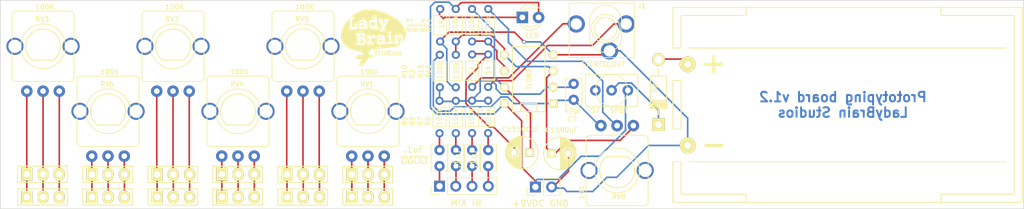
<source format=kicad_pcb>
(kicad_pcb (version 20170123) (host pcbnew "(2017-03-19 revision 2637835)-master")
  (layers (0 F.Cu signal) (31 B.Cu signal) (34 B.Paste user) (35 F.Paste user) (36 B.SilkS user) (37 F.SilkS user) (38 B.Mask user) (39 F.Mask user) (44 Edge.Cuts user))
  (net 0 "")
  (net 1 "Net-(D1-Pad1)")
  (net 2 VCC)
  (net 3 "Net-(D2-Pad2)")
  (net 4 "Net-(D2-Pad1)")
  (net 5 GND)
  (net 6 MIXOUTA)
  (net 7 MIXOUTB)
  (net 8 "Net-(P1-Pad1)")
  (net 9 "Net-(P1-Pad2)")
  (net 10 "Net-(P1-Pad3)")
  (net 11 "Net-(P3-Pad1)")
  (net 12 "Net-(P3-Pad2)")
  (net 13 "Net-(P3-Pad3)")
  (net 14 "Net-(P5-Pad1)")
  (net 15 "Net-(P5-Pad2)")
  (net 16 "Net-(P5-Pad3)")
  (net 17 MIX4)
  (net 18 MIX3)
  (net 19 MIX2)
  (net 20 MIX1)
  (net 21 "Net-(S7-Pad1)")
  (net 22 "Net-(C1-Pad+)")
  (net 23 "Net-(C7-Pad1)")
  (net 24 "Net-(C7-Pad2)")
  (net 25 "Net-(C13-Pad+)")
  (net 26 "Net-(C13-Pad-)")
  (net 27 "Net-(R11-Pad1)")
  (net 28 "Net-(R11-Pad2)")
  (net 29 "Net-(C2-Pad1)")
  (net 30 "Net-(C3-Pad1)")
  (net 31 "Net-(C4-Pad1)")
  (net 32 "Net-(C5-Pad1)")
  (net 33 "Net-(P2-Pad1)")
  (net 34 "Net-(P2-Pad2)")
  (net 35 "Net-(P2-Pad3)")
  (net 36 "Net-(P4-Pad1)")
  (net 37 "Net-(P4-Pad2)")
  (net 38 "Net-(P4-Pad3)")
  (net 39 "Net-(P6-Pad1)")
  (net 40 "Net-(P6-Pad2)")
  (net 41 "Net-(P6-Pad3)")
  (module Prototyping_PCB:Pin_Header_Straight_1x04_Pitch2.54mm (layer F.Cu) (at 168.6687 108.23194 90)
    (fp_text reference P18 hide)
    (fp_text value "MIX IN" (at -2.62128 4.13258 180) (layer F.SilkS))
    (pad 1 thru_hole rect (at 0 0 90) (size 1.7 1.7) (drill 1) (layers *.Cu *.Mask) (net 17 MIX4))
    (pad 2 thru_hole oval (at 0 2.54 90) (size 1.7 1.7) (drill 1) (layers *.Cu *.Mask) (net 18 MIX3))
    (pad 3 thru_hole oval (at 0 5.08 90) (size 1.7 1.7) (drill 1) (layers *.Cu *.Mask) (net 19 MIX2))
    (pad 4 thru_hole oval (at 0 7.62 90) (size 1.7 1.7) (drill 1) (layers *.Cu *.Mask) (net 20 MIX1))
  )
  (module Prototyping_PCB:LadyBrainSilk (layer F.Cu) (at 158.33852 85.0519)
    (fp_text reference G*** hide)
    (fp_text value LOGO hide)
  )
  (module Prototyping_PCB:LED_D3.0mm (layer F.Cu) (at 181.61508 81.8388)
    (fp_text reference LED (at 1.53924 2.8448) (layer F.SilkS) (effects (font (size 0.75 0.75) (thickness 0.125))))
    (fp_text value LED)
    (pad 1 thru_hole rect (at 0 0) (size 1.8 1.8) (drill 0.9) (layers *.Cu *.Mask) (net 1 "Net-(D1-Pad1)"))
    (pad 2 thru_hole circle (at 2.54 0) (size 1.8 1.8) (drill 0.9) (layers *.Cu *.Mask) (net 2 VCC))
  )
  (module Prototyping_PCB:SPDT-SUB (layer F.Cu) (at 195.56984 93.24848 90)
    (fp_text reference S7 (at -3.59664 -3.34518) (layer F.SilkS) (effects (font (size 0.75 0.75) (thickness 0.125)) (justify left bottom)))
    (fp_text value SPDT (at -3.59664 -0.33274) (layer F.SilkS) (effects (font (size 0.75 0.75) (thickness 0.125)) (justify left bottom)))
    (pad 1 thru_hole circle (at 0 -2.54 90) (size 1.651 1.651) (drill 0.889) (layers *.Cu *.Mask) (net 21 "Net-(S7-Pad1)"))
    (pad 2 thru_hole circle (at 0 0 90) (size 1.651 1.651) (drill 0.889) (layers *.Cu *.Mask) (net 4 "Net-(D2-Pad1)"))
    (pad 3 thru_hole circle (at 0 2.54 90) (size 1.651 1.651) (drill 0.889) (layers *.Cu *.Mask) (net 2 VCC))
  )
  (module Prototyping_PCB:Diode_DO-41_SOD81_Horizontal_RM10 (layer F.Cu) (at 202.90282 98.60026 90)
    (fp_text reference D2 (at 5.715 -0.63754 90) (layer F.SilkS) (effects (font (size 0.75 0.75) (thickness 0.125))))
    (fp_text value B140HW-7)
    (pad 2 thru_hole circle (at 10.16 -0.00254 270) (size 1.99898 1.99898) (drill 1.27) (layers *.Cu *.Mask F.SilkS) (net 3 "Net-(D2-Pad2)"))
    (pad 1 thru_hole rect (at 0 -0.00254 270) (size 1.99898 1.99898) (drill 1.00076) (layers *.Cu *.Mask F.SilkS) (net 4 "Net-(D2-Pad1)"))
  )
  (module Prototyping_PCB:9V_BatteryHolder_MOUSERMOD (layer F.Cu) (at 205.16 89.1626)
    (fp_text reference U8 hide)
    (fp_text value BAT9V)
    (pad + thru_hole circle (at 2.3 0) (size 2.5 2.5) (drill 1) (layers *.Cu *.Mask F.SilkS) (net 3 "Net-(D2-Pad2)"))
    (pad - thru_hole circle (at 2.3 12.7) (size 2.5 2.5) (drill 1) (layers *.Cu *.Mask F.SilkS) (net 5 GND))
  )
  (module Prototyping_PCB:J355W (layer F.Cu) (at 194.6428 83.6175 90)
    (fp_text reference J1 (at 3.10966 4.88436 180) (layer F.SilkS) (effects (font (size 0.75 0.75) (thickness 0.125)) (justify left bottom)))
    (fp_text value STEREO_OUT (at -5.95814 -3.88372 180) (layer F.SilkS) (effects (font (size 0.75 0.75) (thickness 0.125)) (justify left bottom)))
    (pad 1 thru_hole circle (at -3.45 0.6 270) (size 2.7 2.7) (drill 1.8) (layers *.Cu *.Mask) (net 5 GND))
    (pad 2 thru_hole circle (at 0.75 -4.6 270) (size 2.7 2.7) (drill 1.8) (layers *.Cu *.Mask) (net 6 MIXOUTA))
    (pad 3 thru_hole circle (at 0.75 3.2 270) (size 2.7 2.7) (drill 1.8) (layers *.Cu *.Mask) (net 7 MIXOUTB))
  )
  (module Prototyping_PCB:Pin_Header_Straight_1x02_Pitch2.54mm (layer F.Cu) (at 183.65216 108.34624 90)
    (fp_text reference P22 hide)
    (fp_text value " +9VDC GND" (at -2.58318 0.43688 180) (layer F.SilkS))
    (pad 1 thru_hole rect (at 0 0 90) (size 1.7 1.7) (drill 1) (layers *.Cu *.Mask) (net 2 VCC))
    (pad 2 thru_hole oval (at 0 2.54 90) (size 1.7 1.7) (drill 1) (layers *.Cu *.Mask) (net 5 GND))
  )
  (module Prototyping_PCB:DIP-8__300 (layer F.Cu) (at 182.62092 91.49842 90)
    (fp_text reference U1 (at -5.92328 0.2159 180) (layer F.SilkS) (effects (font (size 0.75 0.75) (thickness 0.125))))
    (fp_text value TL082 (at 0 0 90) (layer F.SilkS) (effects (font (size 0.75 0.75) (thickness 0.125))))
    (pad 1 thru_hole rect (at -3.81 3.81 90) (size 1.397 1.397) (drill 0.8128) (layers *.Cu *.Mask F.SilkS) (net 23 "Net-(C7-Pad1)"))
    (pad 2 thru_hole circle (at -1.27 3.81 90) (size 1.397 1.397) (drill 0.8128) (layers *.Cu *.Mask F.SilkS) (net 24 "Net-(C7-Pad2)"))
    (pad 3 thru_hole circle (at 1.27 3.81 90) (size 1.397 1.397) (drill 0.8128) (layers *.Cu *.Mask F.SilkS) (net 22 "Net-(C1-Pad+)"))
    (pad 4 thru_hole circle (at 3.81 3.81 90) (size 1.397 1.397) (drill 0.8128) (layers *.Cu *.Mask F.SilkS) (net 5 GND))
    (pad 5 thru_hole circle (at 3.81 -3.81 90) (size 1.397 1.397) (drill 0.8128) (layers *.Cu *.Mask F.SilkS) (net 22 "Net-(C1-Pad+)"))
    (pad 6 thru_hole circle (at 1.27 -3.81 90) (size 1.397 1.397) (drill 0.8128) (layers *.Cu *.Mask F.SilkS) (net 27 "Net-(R11-Pad1)"))
    (pad 7 thru_hole circle (at -1.27 -3.81 90) (size 1.397 1.397) (drill 0.8128) (layers *.Cu *.Mask F.SilkS) (net 25 "Net-(C13-Pad+)"))
    (pad 8 thru_hole circle (at -3.81 -3.81 90) (size 1.397 1.397) (drill 0.8128) (layers *.Cu *.Mask F.SilkS) (net 2 VCC))
  )
  (module Prototyping_PCB:C_Radial_D5_L6_P2.5 (layer F.Cu) (at 186.23026 103.0986)
    (fp_text reference C1 (at -0.2921 -3.64744) (layer F.SilkS) (effects (font (size 0.75 0.75) (thickness 0.125))))
    (fp_text value 100uF (at 2.30378 -3.64744) (layer F.SilkS) (effects (font (size 0.75 0.75) (thickness 0.125))))
    (pad + thru_hole rect (at 0 0) (size 1.3 1.3) (drill 0.8) (layers *.Cu *.Mask F.SilkS) (net 22 "Net-(C1-Pad+)"))
    (pad - thru_hole circle (at 2.5 0) (size 1.3 1.3) (drill 0.8) (layers *.Cu *.Mask F.SilkS) (net 5 GND))
  )
  (module Prototyping_PCB:C_Radial_D5_L6_P2.5 (layer F.Cu) (at 182.79428 102.96398 180)
    (fp_text reference C13 (at 3.2747 3.59918 180) (layer F.SilkS) (effects (font (size 0.75 0.75) (thickness 0.125))))
    (fp_text value 100uF (at 0.31814 3.59918 180) (layer F.SilkS) (effects (font (size 0.75 0.75) (thickness 0.125))))
    (pad + thru_hole rect (at 0 0 180) (size 1.3 1.3) (drill 0.8) (layers *.Cu *.Mask F.SilkS) (net 25 "Net-(C13-Pad+)"))
    (pad - thru_hole circle (at 2.5 0 180) (size 1.3 1.3) (drill 0.8) (layers *.Cu *.Mask F.SilkS) (net 26 "Net-(C13-Pad-)"))
  )
  (module Prototyping_PCB:C_Rect_L4.0mm_W2.5mm_P2.50mm (layer F.Cu) (at 189.64148 94.72676 90)
    (fp_text reference C7 (at -3.0353 -0.23876) (layer F.SilkS) (effects (font (size 0.75 0.75) (thickness 0.125))))
    (fp_text value 47pF (at -1.75768 -0.04064) (layer F.SilkS) (effects (font (size 0.75 0.75) (thickness 0.125))))
    (pad 1 thru_hole circle (at 0 0 90) (size 1.6 1.6) (drill 0.8) (layers *.Cu *.Mask) (net 23 "Net-(C7-Pad1)"))
    (pad 2 thru_hole circle (at 2.5 0 90) (size 1.6 1.6) (drill 0.8) (layers *.Cu *.Mask) (net 24 "Net-(C7-Pad2)"))
  )
  (module Prototyping_PCB:C_Rect_L4.0mm_W2.5mm_P2.50mm (layer F.Cu) (at 176.28362 102.58552 270)
    (fp_text reference C2 (at 1.53416 10.02284 270) (layer F.SilkS) (effects (font (size 0.75 0.75))))
    (fp_text value .1uF (at 1.25 2.31 270) (layer F.SilkS))
    (pad 1 thru_hole circle (at 0 0 270) (size 1.6 1.6) (drill 0.8) (layers *.Cu *.Mask) (net 29 "Net-(C2-Pad1)"))
    (pad 2 thru_hole circle (at 2.5 0 270) (size 1.6 1.6) (drill 0.8) (layers *.Cu *.Mask) (net 20 MIX1))
  )
  (module Prototyping_PCB:C_Rect_L4.0mm_W2.5mm_P2.50mm (layer F.Cu) (at 173.7614 102.58552 270)
    (fp_text reference C3 (at 1.5113 8.53948 270) (layer F.SilkS) (effects (font (size 0.75 0.75))))
    (fp_text value .1uF (at 1.25 2.31 270) (layer F.SilkS))
    (pad 1 thru_hole circle (at 0 0 270) (size 1.6 1.6) (drill 0.8) (layers *.Cu *.Mask) (net 30 "Net-(C3-Pad1)"))
    (pad 2 thru_hole circle (at 2.5 0 270) (size 1.6 1.6) (drill 0.8) (layers *.Cu *.Mask) (net 19 MIX2))
  )
  (module Prototyping_PCB:C_Rect_L4.0mm_W2.5mm_P2.50mm (layer F.Cu) (at 171.23918 102.58552 270)
    (fp_text reference C4 (at 1.5113 7.04596 270) (layer F.SilkS) (effects (font (size 0.75 0.75))))
    (fp_text value .1uF hide)
    (pad 1 thru_hole circle (at 0 0 270) (size 1.6 1.6) (drill 0.8) (layers *.Cu *.Mask) (net 31 "Net-(C4-Pad1)"))
    (pad 2 thru_hole circle (at 2.5 0 270) (size 1.6 1.6) (drill 0.8) (layers *.Cu *.Mask) (net 18 MIX3))
  )
  (module Prototyping_PCB:C_Rect_L4.0mm_W2.5mm_P2.50mm (layer F.Cu) (at 168.66616 102.58552 270)
    (fp_text reference C5 (at 1.53416 5.47878 270) (layer F.SilkS) (effects (font (size 0.75 0.75))))
    (fp_text value .1uF (at -0.11938 4.01828) (layer F.SilkS))
    (pad 1 thru_hole circle (at 0 0 270) (size 1.6 1.6) (drill 0.8) (layers *.Cu *.Mask) (net 32 "Net-(C5-Pad1)"))
    (pad 2 thru_hole circle (at 2.5 0 270) (size 1.6 1.6) (drill 0.8) (layers *.Cu *.Mask) (net 17 MIX4))
  )
  (module Prototyping_PCB:R-TH (layer F.Cu) (at 171.2087 83.06562 270)
    (fp_text reference R1 (at 1.17856 5.81152 270) (layer F.SilkS) (effects (font (size 0.75 0.75) (thickness 0.125)) (justify left bottom)))
    (fp_text value 100k (at 1.31318 -0.38354 270) (layer F.SilkS) (effects (font (size 0.75 0.75) (thickness 0.125)) (justify left bottom)))
    (pad 1 thru_hole circle (at -2.54 0) (size 1.27 1.27) (drill 0.7112) (layers *.Cu *.Mask) (net 2 VCC))
    (pad 2 thru_hole circle (at 2.54 0) (size 1.27 1.27) (drill 0.7112) (layers *.Cu *.Mask) (net 22 "Net-(C1-Pad+)"))
  )
  (module Prototyping_PCB:R-TH (layer F.Cu) (at 171.21632 90.23096 90)
    (fp_text reference R2 (at -1.27 -6.35 90) (layer F.SilkS) (effects (font (size 0.75 0.75) (thickness 0.125)) (justify left bottom)))
    (fp_text value 100k (at -1.36906 0.48006 90) (layer F.SilkS) (effects (font (size 0.75 0.75) (thickness 0.125)) (justify left bottom)))
    (pad 1 thru_hole circle (at -2.54 0 180) (size 1.27 1.27) (drill 0.7112) (layers *.Cu *.Mask) (net 5 GND))
    (pad 2 thru_hole circle (at 2.54 0 180) (size 1.27 1.27) (drill 0.7112) (layers *.Cu *.Mask) (net 22 "Net-(C1-Pad+)"))
  )
  (module Prototyping_PCB:R-TH (layer F.Cu) (at 176.26838 97.40138 270)
    (fp_text reference R6 (at 1.45034 8.96112 270) (layer F.SilkS) (effects (font (size 0.75 0.75) (thickness 0.125)) (justify left bottom)))
    (fp_text value 100k (at 1.41478 -0.49022 270) (layer F.SilkS) (effects (font (size 0.75 0.75) (thickness 0.125)) (justify left bottom)))
    (pad 1 thru_hole circle (at -2.54 0) (size 1.27 1.27) (drill 0.7112) (layers *.Cu *.Mask) (net 24 "Net-(C7-Pad2)"))
    (pad 2 thru_hole circle (at 2.54 0) (size 1.27 1.27) (drill 0.7112) (layers *.Cu *.Mask) (net 29 "Net-(C2-Pad1)"))
  )
  (module Prototyping_PCB:R-TH (layer F.Cu) (at 173.75378 97.40138 270)
    (fp_text reference R7 (at 1.4732 7.62254 270) (layer F.SilkS) (effects (font (size 0.75 0.75) (thickness 0.125)) (justify left bottom)))
    (fp_text value 100k (at 1.41478 -0.33782 270) (layer F.SilkS) (effects (font (size 0.75 0.75) (thickness 0.125)) (justify left bottom)))
    (pad 1 thru_hole circle (at -2.54 0) (size 1.27 1.27) (drill 0.7112) (layers *.Cu *.Mask) (net 24 "Net-(C7-Pad2)"))
    (pad 2 thru_hole circle (at 2.54 0) (size 1.27 1.27) (drill 0.7112) (layers *.Cu *.Mask) (net 30 "Net-(C3-Pad1)"))
  )
  (module Prototyping_PCB:R-TH (layer F.Cu) (at 171.21632 97.4217 270)
    (fp_text reference R8 (at 1.45034 6.31952 270) (layer F.SilkS) (effects (font (size 0.75 0.75) (thickness 0.125)) (justify left bottom)))
    (fp_text value 100k (at 1.41478 -0.3937 270) (layer F.SilkS) (effects (font (size 0.75 0.75) (thickness 0.125)) (justify left bottom)))
    (pad 1 thru_hole circle (at -2.54 0) (size 1.27 1.27) (drill 0.7112) (layers *.Cu *.Mask) (net 24 "Net-(C7-Pad2)"))
    (pad 2 thru_hole circle (at 2.54 0) (size 1.27 1.27) (drill 0.7112) (layers *.Cu *.Mask) (net 31 "Net-(C4-Pad1)"))
  )
  (module Prototyping_PCB:R-TH (layer F.Cu) (at 168.66108 97.4217 270)
    (fp_text reference R9 (at 1.45034 4.98094 90) (layer F.SilkS) (effects (font (size 0.75 0.75) (thickness 0.125)) (justify left bottom)))
    (fp_text value 100k (at 1.41478 -0.41656 270) (layer F.SilkS) (effects (font (size 0.75 0.75) (thickness 0.125)) (justify left bottom)))
    (pad 1 thru_hole circle (at -2.54 0) (size 1.27 1.27) (drill 0.7112) (layers *.Cu *.Mask) (net 24 "Net-(C7-Pad2)"))
    (pad 2 thru_hole circle (at 2.54 0) (size 1.27 1.27) (drill 0.7112) (layers *.Cu *.Mask) (net 32 "Net-(C5-Pad1)"))
  )
  (module Prototyping_PCB:R-TH (layer F.Cu) (at 168.71696 90.23096 270)
    (fp_text reference R10 (at 1.27 5.08 270) (layer F.SilkS) (effects (font (size 0.75 0.75) (thickness 0.125)) (justify left bottom)))
    (fp_text value 100k (at 1.36906 -0.44958 270) (layer F.SilkS) (effects (font (size 0.75 0.75) (thickness 0.125)) (justify left bottom)))
    (pad 1 thru_hole circle (at -2.54 0) (size 1.27 1.27) (drill 0.7112) (layers *.Cu *.Mask) (net 23 "Net-(C7-Pad1)"))
    (pad 2 thru_hole circle (at 2.54 0) (size 1.27 1.27) (drill 0.7112) (layers *.Cu *.Mask) (net 24 "Net-(C7-Pad2)"))
  )
  (module Prototyping_PCB:R-TH (layer F.Cu) (at 176.2887 83.06562 90)
    (fp_text reference R11 (at -1.18364 -8.79602 90) (layer F.SilkS) (effects (font (size 0.75 0.75) (thickness 0.125)) (justify left bottom)))
    (fp_text value 100k (at -1.41224 0.39116 90) (layer F.SilkS) (effects (font (size 0.75 0.75) (thickness 0.125)) (justify left bottom)))
    (pad 1 thru_hole circle (at -2.54 0 180) (size 1.27 1.27) (drill 0.7112) (layers *.Cu *.Mask) (net 27 "Net-(R11-Pad1)"))
    (pad 2 thru_hole circle (at 2.54 0 180) (size 1.27 1.27) (drill 0.7112) (layers *.Cu *.Mask) (net 28 "Net-(R11-Pad2)"))
  )
  (module Prototyping_PCB:R-TH (layer F.Cu) (at 168.7703 83.0707 270)
    (fp_text reference R13 (at 1.17348 4.3561 270) (layer F.SilkS) (effects (font (size 0.75 0.75) (thickness 0.125)) (justify left bottom)))
    (fp_text value 1K (at 0.635 -0.635 270) (layer F.SilkS) (effects (font (size 0.75 0.75) (thickness 0.125)) (justify left bottom)))
    (pad 1 thru_hole circle (at -2.54 0) (size 1.27 1.27) (drill 0.7112) (layers *.Cu *.Mask) (net 1 "Net-(D1-Pad1)"))
    (pad 2 thru_hole circle (at 2.54 0) (size 1.27 1.27) (drill 0.7112) (layers *.Cu *.Mask) (net 5 GND))
  )
  (module Prototyping_PCB:R-TH (layer F.Cu) (at 173.7487 83.06562 270)
    (fp_text reference R14 (at 1.2065 7.28472 270) (layer F.SilkS) (effects (font (size 0.75 0.75) (thickness 0.125)) (justify left bottom)))
    (fp_text value 100k (at 1.36144 -0.38862 270) (layer F.SilkS) (effects (font (size 0.75 0.75) (thickness 0.125)) (justify left bottom)))
    (pad 1 thru_hole circle (at -2.54 0) (size 1.27 1.27) (drill 0.7112) (layers *.Cu *.Mask) (net 25 "Net-(C13-Pad+)"))
    (pad 2 thru_hole circle (at 2.54 0) (size 1.27 1.27) (drill 0.7112) (layers *.Cu *.Mask) (net 27 "Net-(R11-Pad1)"))
  )
  (module Prototyping_PCB:R-TH (layer F.Cu) (at 173.77156 90.17762 90)
    (fp_text reference R15 (at -1.27 -7.62 90) (layer F.SilkS) (effects (font (size 0.75 0.75) (thickness 0.125)) (justify left bottom)))
    (fp_text value 1k (at -0.66802 0.3937 90) (layer F.SilkS) (effects (font (size 0.75 0.75) (thickness 0.125)) (justify left bottom)))
    (pad 1 thru_hole circle (at -2.54 0 180) (size 1.27 1.27) (drill 0.7112) (layers *.Cu *.Mask) (net 6 MIXOUTA))
    (pad 2 thru_hole circle (at 2.54 0 180) (size 1.27 1.27) (drill 0.7112) (layers *.Cu *.Mask) (net 26 "Net-(C13-Pad-)"))
  )
  (module Prototyping_PCB:R-TH (layer F.Cu) (at 176.27346 90.17762 90)
    (fp_text reference R16 (at -1.27 -8.89 90) (layer F.SilkS) (effects (font (size 0.75 0.75) (thickness 0.125)) (justify left bottom)))
    (fp_text value 1k (at -0.63754 0.39624 90) (layer F.SilkS) (effects (font (size 0.75 0.75) (thickness 0.125)) (justify left bottom)))
    (pad 1 thru_hole circle (at -2.54 0 180) (size 1.27 1.27) (drill 0.7112) (layers *.Cu *.Mask) (net 7 MIXOUTB))
    (pad 2 thru_hole circle (at 2.54 0 180) (size 1.27 1.27) (drill 0.7112) (layers *.Cu *.Mask) (net 26 "Net-(C13-Pad-)"))
  )
  (module Prototyping_PCB:Pin_Header_Straight_1x03 (layer F.Cu) (at 134.6327 109.9058 90)
    (fp_text reference P4_2 hide)
    (fp_text value CONN_01X03)
    (pad 1 thru_hole rect (at 0 0 90) (size 2.032 1.7272) (drill 1.016) (layers *.Cu *.Mask F.SilkS) (net 36 "Net-(P4-Pad1)"))
    (pad 2 thru_hole oval (at 0 2.54 90) (size 2.032 1.7272) (drill 1.016) (layers *.Cu *.Mask F.SilkS) (net 37 "Net-(P4-Pad2)"))
    (pad 3 thru_hole oval (at 0 5.08 90) (size 2.032 1.7272) (drill 1.016) (layers *.Cu *.Mask F.SilkS) (net 38 "Net-(P4-Pad3)"))
  )
  (module Prototyping_PCB:Pin_Header_Straight_1x03 (layer F.Cu) (at 114.32032 106.40568 90)
    (fp_text reference P6_2 hide)
    (fp_text value CONN_01X03)
    (pad 1 thru_hole rect (at 0 0 90) (size 2.032 1.7272) (drill 1.016) (layers *.Cu *.Mask F.SilkS) (net 39 "Net-(P6-Pad1)"))
    (pad 2 thru_hole oval (at 0 2.54 90) (size 2.032 1.7272) (drill 1.016) (layers *.Cu *.Mask F.SilkS) (net 40 "Net-(P6-Pad2)"))
    (pad 3 thru_hole oval (at 0 5.08 90) (size 2.032 1.7272) (drill 1.016) (layers *.Cu *.Mask F.SilkS) (net 41 "Net-(P6-Pad3)"))
  )
  (module Prototyping_PCB:Pin_Header_Straight_1x03 (layer F.Cu) (at 134.6327 106.36504 90)
    (fp_text reference P4 hide)
    (fp_text value CONN_01X03)
    (pad 1 thru_hole rect (at 0 0 90) (size 2.032 1.7272) (drill 1.016) (layers *.Cu *.Mask F.SilkS) (net 36 "Net-(P4-Pad1)"))
    (pad 2 thru_hole oval (at 0 2.54 90) (size 2.032 1.7272) (drill 1.016) (layers *.Cu *.Mask F.SilkS) (net 37 "Net-(P4-Pad2)"))
    (pad 3 thru_hole oval (at 0 5.08 90) (size 2.032 1.7272) (drill 1.016) (layers *.Cu *.Mask F.SilkS) (net 38 "Net-(P4-Pad3)"))
  )
  (module Prototyping_PCB:Pin_Header_Straight_1x03 (layer F.Cu) (at 124.51334 106.39552 90)
    (fp_text reference P2_2 hide)
    (fp_text value CONN_01X03)
    (pad 1 thru_hole rect (at 0 0 90) (size 2.032 1.7272) (drill 1.016) (layers *.Cu *.Mask F.SilkS) (net 33 "Net-(P2-Pad1)"))
    (pad 2 thru_hole oval (at 0 2.54 90) (size 2.032 1.7272) (drill 1.016) (layers *.Cu *.Mask F.SilkS) (net 34 "Net-(P2-Pad2)"))
    (pad 3 thru_hole oval (at 0 5.08 90) (size 2.032 1.7272) (drill 1.016) (layers *.Cu *.Mask F.SilkS) (net 35 "Net-(P2-Pad3)"))
  )
  (module Prototyping_PCB:Pin_Header_Straight_1x03 (layer F.Cu) (at 124.51334 109.92104 90)
    (fp_text reference P2 hide)
    (fp_text value CONN_01X03)
    (pad 1 thru_hole rect (at 0 0 90) (size 2.032 1.7272) (drill 1.016) (layers *.Cu *.Mask F.SilkS) (net 33 "Net-(P2-Pad1)"))
    (pad 2 thru_hole oval (at 0 2.54 90) (size 2.032 1.7272) (drill 1.016) (layers *.Cu *.Mask F.SilkS) (net 34 "Net-(P2-Pad2)"))
    (pad 3 thru_hole oval (at 0 5.08 90) (size 2.032 1.7272) (drill 1.016) (layers *.Cu *.Mask F.SilkS) (net 35 "Net-(P2-Pad3)"))
  )
  (module Prototyping_PCB:Pin_Header_Straight_1x03 (layer F.Cu) (at 114.31016 109.92104 90)
    (fp_text reference P6 hide)
    (fp_text value CONN_01X03)
    (pad 1 thru_hole rect (at 0 0 90) (size 2.032 1.7272) (drill 1.016) (layers *.Cu *.Mask F.SilkS) (net 39 "Net-(P6-Pad1)"))
    (pad 2 thru_hole oval (at 0 2.54 90) (size 2.032 1.7272) (drill 1.016) (layers *.Cu *.Mask F.SilkS) (net 40 "Net-(P6-Pad2)"))
    (pad 3 thru_hole oval (at 0 5.08 90) (size 2.032 1.7272) (drill 1.016) (layers *.Cu *.Mask F.SilkS) (net 41 "Net-(P6-Pad3)"))
  )
  (module Prototyping_PCB:Pin_Header_Straight_1x03 (layer F.Cu) (at 154.96286 106.39552 90)
    (fp_text reference P1_2 hide)
    (fp_text value CONN_01X03)
    (pad 1 thru_hole rect (at 0 0 90) (size 2.032 1.7272) (drill 1.016) (layers *.Cu *.Mask F.SilkS) (net 8 "Net-(P1-Pad1)"))
    (pad 2 thru_hole oval (at 0 2.54 90) (size 2.032 1.7272) (drill 1.016) (layers *.Cu *.Mask F.SilkS) (net 9 "Net-(P1-Pad2)"))
    (pad 3 thru_hole oval (at 0 5.08 90) (size 2.032 1.7272) (drill 1.016) (layers *.Cu *.Mask F.SilkS) (net 10 "Net-(P1-Pad3)"))
  )
  (module Prototyping_PCB:Pin_Header_Straight_1x03 (layer F.Cu) (at 104.13746 106.3625 90)
    (fp_text reference P3_2 hide)
    (fp_text value CONN_01X03)
    (pad 1 thru_hole rect (at 0 0 90) (size 2.032 1.7272) (drill 1.016) (layers *.Cu *.Mask F.SilkS) (net 11 "Net-(P3-Pad1)"))
    (pad 2 thru_hole oval (at 0 2.54 90) (size 2.032 1.7272) (drill 1.016) (layers *.Cu *.Mask F.SilkS) (net 12 "Net-(P3-Pad2)"))
    (pad 3 thru_hole oval (at 0 5.08 90) (size 2.032 1.7272) (drill 1.016) (layers *.Cu *.Mask F.SilkS) (net 13 "Net-(P3-Pad3)"))
  )
  (module Prototyping_PCB:Pin_Header_Straight_1x03 (layer F.Cu) (at 104.13746 109.92104 90)
    (fp_text reference P3 hide)
    (fp_text value CONN_01X03)
    (pad 1 thru_hole rect (at 0 0 90) (size 2.032 1.7272) (drill 1.016) (layers *.Cu *.Mask F.SilkS) (net 11 "Net-(P3-Pad1)"))
    (pad 2 thru_hole oval (at 0 2.54 90) (size 2.032 1.7272) (drill 1.016) (layers *.Cu *.Mask F.SilkS) (net 12 "Net-(P3-Pad2)"))
    (pad 3 thru_hole oval (at 0 5.08 90) (size 2.032 1.7272) (drill 1.016) (layers *.Cu *.Mask F.SilkS) (net 13 "Net-(P3-Pad3)"))
  )
  (module Prototyping_PCB:Pin_Header_Straight_1x03 (layer F.Cu) (at 144.82318 109.92104 90)
    (fp_text reference P5_2 hide)
    (fp_text value CONN_01X03)
    (pad 1 thru_hole rect (at 0 0 90) (size 2.032 1.7272) (drill 1.016) (layers *.Cu *.Mask F.SilkS) (net 14 "Net-(P5-Pad1)"))
    (pad 2 thru_hole oval (at 0 2.54 90) (size 2.032 1.7272) (drill 1.016) (layers *.Cu *.Mask F.SilkS) (net 15 "Net-(P5-Pad2)"))
    (pad 3 thru_hole oval (at 0 5.08 90) (size 2.032 1.7272) (drill 1.016) (layers *.Cu *.Mask F.SilkS) (net 16 "Net-(P5-Pad3)"))
  )
  (module Prototyping_PCB:Pin_Header_Straight_1x03 (layer F.Cu) (at 144.82318 106.39552 90)
    (fp_text reference P5 hide)
    (fp_text value CONN_01X03)
    (pad 1 thru_hole rect (at 0 0 90) (size 2.032 1.7272) (drill 1.016) (layers *.Cu *.Mask F.SilkS) (net 14 "Net-(P5-Pad1)"))
    (pad 2 thru_hole oval (at 0 2.54 90) (size 2.032 1.7272) (drill 1.016) (layers *.Cu *.Mask F.SilkS) (net 15 "Net-(P5-Pad2)"))
    (pad 3 thru_hole oval (at 0 5.08 90) (size 2.032 1.7272) (drill 1.016) (layers *.Cu *.Mask F.SilkS) (net 16 "Net-(P5-Pad3)"))
  )
  (module Prototyping_PCB:Pin_Header_Straight_1x03 (layer F.Cu) (at 154.96286 109.92104 90)
    (fp_text reference P1 hide)
    (fp_text value CONN_01X03)
    (pad 1 thru_hole rect (at 0 0 90) (size 2.032 1.7272) (drill 1.016) (layers *.Cu *.Mask F.SilkS) (net 8 "Net-(P1-Pad1)"))
    (pad 2 thru_hole oval (at 0 2.54 90) (size 2.032 1.7272) (drill 1.016) (layers *.Cu *.Mask F.SilkS) (net 9 "Net-(P1-Pad2)"))
    (pad 3 thru_hole oval (at 0 5.08 90) (size 2.032 1.7272) (drill 1.016) (layers *.Cu *.Mask F.SilkS) (net 10 "Net-(P1-Pad3)"))
  )
  (module Prototyping_PCB:POT-9MM-ALPHA (layer F.Cu) (at 157.48 96.52 180)
    (fp_text reference RV1 (at 1.27 3.81 180) (layer F.SilkS) (effects (font (size 0.75 0.75) (thickness 0.125)) (justify left bottom)))
    (fp_text value 100K (at 1.27 5.715 180) (layer F.SilkS) (effects (font (size 0.75 0.75) (thickness 0.125)) (justify left bottom)))
    (pad 3 thru_hole circle (at -2.540163 -7.012243 90) (size 1.8034 1.8034) (drill 0.889) (layers *.Cu *.Mask) (net 10 "Net-(P1-Pad3)"))
    (pad 2 thru_hole circle (at -0.000163 -7.012243 90) (size 1.8034 1.8034) (drill 0.889) (layers *.Cu *.Mask) (net 9 "Net-(P1-Pad2)"))
    (pad 1 thru_hole circle (at 2.539837 -7.012243 90) (size 1.8034 1.8034) (drill 0.889) (layers *.Cu *.Mask) (net 8 "Net-(P1-Pad1)"))
    (pad 4 thru_hole circle (at 4.394037 -0.001843 180) (size 2.667 2.667) (drill 2.0574) (layers *.Cu *.Mask))
    (pad 5 thru_hole circle (at -4.394363 -0.001843 180) (size 2.667 2.667) (drill 2.0574) (layers *.Cu *.Mask))
  )
  (module Prototyping_PCB:POT-9MM-ALPHA (layer F.Cu) (at 126.999837 86.36 180)
    (fp_text reference RV2 (at 1.269837 3.81 180) (layer F.SilkS) (effects (font (size 0.75 0.75) (thickness 0.125)) (justify left bottom)))
    (fp_text value 100K (at 1.269837 5.715 180) (layer F.SilkS) (effects (font (size 0.75 0.75) (thickness 0.125)) (justify left bottom)))
    (pad 3 thru_hole circle (at -2.540163 -7.012243 90) (size 1.8034 1.8034) (drill 0.889) (layers *.Cu *.Mask) (net 35 "Net-(P2-Pad3)"))
    (pad 2 thru_hole circle (at -0.000163 -7.012243 90) (size 1.8034 1.8034) (drill 0.889) (layers *.Cu *.Mask) (net 34 "Net-(P2-Pad2)"))
    (pad 1 thru_hole circle (at 2.539837 -7.012243 90) (size 1.8034 1.8034) (drill 0.889) (layers *.Cu *.Mask) (net 33 "Net-(P2-Pad1)"))
    (pad 4 thru_hole circle (at 4.394037 -0.001843 180) (size 2.667 2.667) (drill 2.0574) (layers *.Cu *.Mask))
    (pad 5 thru_hole circle (at -4.394363 -0.001843 180) (size 2.667 2.667) (drill 2.0574) (layers *.Cu *.Mask))
  )
  (module Prototyping_PCB:POT-9MM-ALPHA (layer F.Cu) (at 106.679837 86.36 180)
    (fp_text reference RV3 (at 1.269837 3.81 180) (layer F.SilkS) (effects (font (size 0.75 0.75) (thickness 0.125)) (justify left bottom)))
    (fp_text value 100K (at 1.269837 5.715 180) (layer F.SilkS) (effects (font (size 0.75 0.75) (thickness 0.125)) (justify left bottom)))
    (pad 3 thru_hole circle (at -2.540163 -7.012243 90) (size 1.8034 1.8034) (drill 0.889) (layers *.Cu *.Mask) (net 13 "Net-(P3-Pad3)"))
    (pad 2 thru_hole circle (at -0.000163 -7.012243 90) (size 1.8034 1.8034) (drill 0.889) (layers *.Cu *.Mask) (net 12 "Net-(P3-Pad2)"))
    (pad 1 thru_hole circle (at 2.539837 -7.012243 90) (size 1.8034 1.8034) (drill 0.889) (layers *.Cu *.Mask) (net 11 "Net-(P3-Pad1)"))
    (pad 4 thru_hole circle (at 4.394037 -0.001843 180) (size 2.667 2.667) (drill 2.0574) (layers *.Cu *.Mask))
    (pad 5 thru_hole circle (at -4.394363 -0.001843 180) (size 2.667 2.667) (drill 2.0574) (layers *.Cu *.Mask))
  )
  (module Prototyping_PCB:POT-9MM-ALPHA (layer F.Cu) (at 137.16 96.52 180)
    (fp_text reference RV4 (at 1.27 3.81 180) (layer F.SilkS) (effects (font (size 0.75 0.75) (thickness 0.125)) (justify left bottom)))
    (fp_text value 100K (at 1.27 5.715 180) (layer F.SilkS) (effects (font (size 0.75 0.75) (thickness 0.125)) (justify left bottom)))
    (pad 3 thru_hole circle (at -2.540163 -7.012243 90) (size 1.8034 1.8034) (drill 0.889) (layers *.Cu *.Mask) (net 38 "Net-(P4-Pad3)"))
    (pad 2 thru_hole circle (at -0.000163 -7.012243 90) (size 1.8034 1.8034) (drill 0.889) (layers *.Cu *.Mask) (net 37 "Net-(P4-Pad2)"))
    (pad 1 thru_hole circle (at 2.539837 -7.012243 90) (size 1.8034 1.8034) (drill 0.889) (layers *.Cu *.Mask) (net 36 "Net-(P4-Pad1)"))
    (pad 4 thru_hole circle (at 4.394037 -0.001843 180) (size 2.667 2.667) (drill 2.0574) (layers *.Cu *.Mask))
    (pad 5 thru_hole circle (at -4.394363 -0.001843 180) (size 2.667 2.667) (drill 2.0574) (layers *.Cu *.Mask))
  )
  (module Prototyping_PCB:POT-9MM-ALPHA (layer F.Cu) (at 147.32 86.36 180)
    (fp_text reference RV5 (at 1.27 3.81 180) (layer F.SilkS) (effects (font (size 0.75 0.75) (thickness 0.125)) (justify left bottom)))
    (fp_text value 100K (at 1.27 5.715 180) (layer F.SilkS) (effects (font (size 0.75 0.75) (thickness 0.125)) (justify left bottom)))
    (pad 3 thru_hole circle (at -2.540163 -7.012243 90) (size 1.8034 1.8034) (drill 0.889) (layers *.Cu *.Mask) (net 16 "Net-(P5-Pad3)"))
    (pad 2 thru_hole circle (at -0.000163 -7.012243 90) (size 1.8034 1.8034) (drill 0.889) (layers *.Cu *.Mask) (net 15 "Net-(P5-Pad2)"))
    (pad 1 thru_hole circle (at 2.539837 -7.012243 90) (size 1.8034 1.8034) (drill 0.889) (layers *.Cu *.Mask) (net 14 "Net-(P5-Pad1)"))
    (pad 4 thru_hole circle (at 4.394037 -0.001843 180) (size 2.667 2.667) (drill 2.0574) (layers *.Cu *.Mask))
    (pad 5 thru_hole circle (at -4.394363 -0.001843 180) (size 2.667 2.667) (drill 2.0574) (layers *.Cu *.Mask))
  )
  (module Prototyping_PCB:POT-9MM-ALPHA (layer F.Cu) (at 116.84 96.52 180)
    (fp_text reference RV6 (at 1.27 3.81 180) (layer F.SilkS) (effects (font (size 0.75 0.75) (thickness 0.125)) (justify left bottom)))
    (fp_text value 100K (at 1.27 5.715 180) (layer F.SilkS) (effects (font (size 0.75 0.75) (thickness 0.125)) (justify left bottom)))
    (pad 3 thru_hole circle (at -2.540163 -7.012243 90) (size 1.8034 1.8034) (drill 0.889) (layers *.Cu *.Mask) (net 41 "Net-(P6-Pad3)"))
    (pad 2 thru_hole circle (at -0.000163 -7.012243 90) (size 1.8034 1.8034) (drill 0.889) (layers *.Cu *.Mask) (net 40 "Net-(P6-Pad2)"))
    (pad 1 thru_hole circle (at 2.539837 -7.012243 90) (size 1.8034 1.8034) (drill 0.889) (layers *.Cu *.Mask) (net 39 "Net-(P6-Pad1)"))
    (pad 4 thru_hole circle (at 4.394037 -0.001843 180) (size 2.667 2.667) (drill 2.0574) (layers *.Cu *.Mask))
    (pad 5 thru_hole circle (at -4.394363 -0.001843 180) (size 2.667 2.667) (drill 2.0574) (layers *.Cu *.Mask))
  )
  (module Prototyping_PCB:POT-9MM-ALPHA (layer F.Cu) (at 196.431063 105.772523)
    (fp_text reference RV8 (at -0.891703 4.547297 180) (layer F.SilkS) (effects (font (size 0.75 0.75) (thickness 0.125)) (justify left bottom)))
    (fp_text value 10K (at -5.067463 4.590477 90) (layer F.SilkS) (effects (font (size 0.75 0.75) (thickness 0.125)) (justify left bottom)))
    (pad 3 thru_hole circle (at -2.540163 -7.012243 270) (size 1.8034 1.8034) (drill 0.889) (layers *.Cu *.Mask) (net 23 "Net-(C7-Pad1)"))
    (pad 2 thru_hole circle (at -0.000163 -7.012243 270) (size 1.8034 1.8034) (drill 0.889) (layers *.Cu *.Mask) (net 28 "Net-(R11-Pad2)"))
    (pad 1 thru_hole circle (at 2.539837 -7.012243 270) (size 1.8034 1.8034) (drill 0.889) (layers *.Cu *.Mask) (net 22 "Net-(C1-Pad+)"))
    (pad 4 thru_hole circle (at 4.394037 -0.001843) (size 2.667 2.667) (drill 2.0574) (layers *.Cu *.Mask))
    (pad 5 thru_hole circle (at -4.394363 -0.001843) (size 2.667 2.667) (drill 2.0574) (layers *.Cu *.Mask))
  )
  (gr_text "Prototyping board v1.2\nLadyBrain Studios" (at 231.73436 95.504) (layer B.Cu) (effects (font (size 1.5 1.5) (thickness 0.3)) (justify mirror)))
  (gr_line (start 260 79.172) (end 260 111.76) (angle 90) (layer Edge.Cuts) (width 0.1))
  (gr_line (start 100 79.172) (end 260 79.172) (angle 90) (layer Edge.Cuts) (width 0.1))
  (gr_line (start 100 111.76) (end 260 111.76) (angle 90) (layer Edge.Cuts) (width 0.1))
  (gr_line (start 100 79.172) (end 100 111.76) (angle 90) (layer Edge.Cuts) (width 0.1))
  (segment (start 168.6687 80.52562) (end 168.6687 81.423645) (width 0.25) (layer F.Cu) (net 1))
  (segment (start 169.279435 82.03438) (end 169.475015 81.8388) (width 0.25) (layer F.Cu) (net 1))
  (segment (start 168.6687 81.423645) (end 169.279435 82.03438) (width 0.25) (layer F.Cu) (net 1))
  (segment (start 169.475015 81.8388) (end 181.61508 81.8388) (width 0.25) (layer F.Cu) (net 1))
  (segment (start 183.67502 108.5342) (end 183.67502 107.4342) (width 0.25) (layer F.Cu) (net 2))
  (segment (start 181.508069 105.267249) (end 181.508069 98.005569) (width 0.25) (layer F.Cu) (net 2))
  (segment (start 181.508069 98.005569) (end 179.168495 95.665995) (width 0.25) (layer F.Cu) (net 2))
  (segment (start 183.67502 107.4342) (end 181.508069 105.267249) (width 0.25) (layer F.Cu) (net 2))
  (segment (start 198.10984 93.24848) (end 198.10984 93.527394) (width 0.25) (layer B.Cu) (net 2))
  (segment (start 198.10984 93.527394) (end 197.74927 93.887964) (width 0.25) (layer B.Cu) (net 2))
  (segment (start 197.744199 99.349097) (end 197.789208 99.394106) (width 0.25) (layer B.Cu) (net 2))
  (segment (start 197.74927 93.887964) (end 197.74927 98.166392) (width 0.25) (layer B.Cu) (net 2))
  (segment (start 183.937981 107.171239) (end 183.67502 107.4342) (width 0.25) (layer B.Cu) (net 2))
  (segment (start 197.74927 98.166392) (end 197.744199 98.171463) (width 0.25) (layer B.Cu) (net 2))
  (segment (start 197.789208 99.456784) (end 193.692904 103.553088) (width 0.25) (layer B.Cu) (net 2))
  (segment (start 197.744199 98.171463) (end 197.744199 99.349097) (width 0.25) (layer B.Cu) (net 2))
  (segment (start 197.789208 99.394106) (end 197.789208 99.456784) (width 0.25) (layer B.Cu) (net 2))
  (segment (start 193.692904 103.553088) (end 190.799965 103.553088) (width 0.25) (layer B.Cu) (net 2))
  (segment (start 190.799965 103.553088) (end 187.181814 107.171239) (width 0.25) (layer B.Cu) (net 2))
  (segment (start 187.181814 107.171239) (end 183.937981 107.171239) (width 0.25) (layer B.Cu) (net 2))
  (segment (start 183.67502 107.4342) (end 183.67502 108.5342) (width 0.25) (layer B.Cu) (net 2))
  (segment (start 178.81092 95.30842) (end 177.178578 96.940762) (width 0.25) (layer B.Cu) (net 2))
  (segment (start 177.178578 96.940762) (end 168.220782 96.940762) (width 0.25) (layer B.Cu) (net 2))
  (segment (start 168.220782 96.940762) (end 167.251068 95.971048) (width 0.25) (layer B.Cu) (net 2))
  (segment (start 167.251068 80.146362) (end 167.944257 79.453173) (width 0.25) (layer B.Cu) (net 2))
  (segment (start 170.136253 79.453173) (end 170.573701 79.890621) (width 0.25) (layer B.Cu) (net 2))
  (segment (start 170.573701 79.890621) (end 171.2087 80.52562) (width 0.25) (layer B.Cu) (net 2))
  (segment (start 167.251068 95.971048) (end 167.251068 80.146362) (width 0.25) (layer B.Cu) (net 2))
  (segment (start 167.944257 79.453173) (end 170.136253 79.453173) (width 0.25) (layer B.Cu) (net 2))
  (segment (start 171.2087 80.52562) (end 171.2087 80.363524) (width 0.25) (layer F.Cu) (net 2))
  (segment (start 171.2087 80.363524) (end 172.006605 79.565619) (width 0.25) (layer F.Cu) (net 2))
  (segment (start 172.006605 79.565619) (end 172.168701 79.565619) (width 0.25) (layer F.Cu) (net 2))
  (segment (start 172.168701 79.565619) (end 172.215044 79.519276) (width 0.25) (layer F.Cu) (net 2))
  (segment (start 172.215044 79.519276) (end 184.120261 79.519276) (width 0.25) (layer F.Cu) (net 2))
  (segment (start 184.120261 79.519276) (end 184.166406 79.565421) (width 0.25) (layer F.Cu) (net 2))
  (segment (start 184.166406 79.565421) (end 184.166406 82.005302) (width 0.25) (layer F.Cu) (net 2))
  (segment (start 203.3143 88.35898) (end 206.65638 88.35898) (width 0.25) (layer F.Cu) (net 3))
  (segment (start 206.65638 88.35898) (end 207.46 89.1626) (width 0.25) (layer F.Cu) (net 3))
  (segment (start 195.56984 93.24848) (end 196.720341 92.097979) (width 0.25) (layer B.Cu) (net 4))
  (segment (start 202.90028 97.35077) (end 202.90028 98.60026) (width 0.25) (layer B.Cu) (net 4))
  (segment (start 196.720341 92.097979) (end 198.662081 92.097979) (width 0.25) (layer B.Cu) (net 4))
  (segment (start 198.662081 92.097979) (end 202.90028 96.336178) (width 0.25) (layer B.Cu) (net 4))
  (segment (start 202.90028 96.336178) (end 202.90028 97.35077) (width 0.25) (layer B.Cu) (net 4))
  (segment (start 188.91822 103.48722) (end 188.842978 103.562462) (width 0.25) (layer F.Cu) (net 5))
  (segment (start 188.842978 103.562462) (end 188.842978 105.906242) (width 0.25) (layer F.Cu) (net 5))
  (segment (start 188.842978 105.906242) (end 186.21502 108.5342) (width 0.25) (layer F.Cu) (net 5))
  (segment (start 207.46 101.8626) (end 201.341747 101.8626) (width 0.25) (layer B.Cu) (net 5))
  (segment (start 201.341747 101.8626) (end 196.356087 106.84826) (width 0.25) (layer B.Cu) (net 5))
  (segment (start 196.356087 106.84826) (end 194.83186 106.84826) (width 0.25) (layer B.Cu) (net 5))
  (segment (start 195.2428 87.0675) (end 196.82268 87.0675) (width 0.25) (layer B.Cu) (net 5))
  (segment (start 196.82268 87.0675) (end 196.87094 87.01924) (width 0.25) (layer B.Cu) (net 5))
  (segment (start 171.2087 93.22562) (end 169.801408 91.818328) (width 0.25) (layer B.Cu) (net 5))
  (segment (start 169.801408 91.818328) (end 169.801408 86.738328) (width 0.25) (layer B.Cu) (net 5))
  (segment (start 169.801408 86.738328) (end 168.6687 85.60562) (width 0.25) (layer B.Cu) (net 5))
  (segment (start 170.129137 84.145183) (end 180.372942 84.145183) (width 0.25) (layer F.Cu) (net 5))
  (segment (start 184.407622 85.665122) (end 182.317145 85.665122) (width 0.25) (layer B.Cu) (net 5))
  (segment (start 182.317145 85.665122) (end 181.892881 85.665122) (width 0.25) (layer B.Cu) (net 5))
  (segment (start 168.6687 85.60562) (end 170.129137 84.145183) (width 0.25) (layer F.Cu) (net 5))
  (segment (start 186.43092 87.68842) (end 184.407622 85.665122) (width 0.25) (layer B.Cu) (net 5))
  (segment (start 181.592882 85.365123) (end 181.892881 85.665122) (width 0.25) (layer F.Cu) (net 5))
  (segment (start 180.372942 84.145183) (end 181.592882 85.365123) (width 0.25) (layer F.Cu) (net 5))
  (segment (start 194.83186 106.84826) (end 192.6176 109.06252) (width 0.25) (layer B.Cu) (net 5))
  (segment (start 192.6176 109.06252) (end 188.59246 109.06252) (width 0.25) (layer B.Cu) (net 5))
  (segment (start 207.46 101.8626) (end 207.46 97.6083) (width 0.25) (layer B.Cu) (net 5))
  (segment (start 207.46 97.6083) (end 196.87094 87.01924) (width 0.25) (layer B.Cu) (net 5))
  (segment (start 186.43092 87.68842) (end 194.62188 87.68842) (width 0.25) (layer F.Cu) (net 5))
  (segment (start 194.62188 87.68842) (end 195.2428 87.0675) (width 0.25) (layer F.Cu) (net 5))
  (segment (start 194.83186 106.84826) (end 194.829773 106.850347) (width 0.25) (layer B.Cu) (net 5))
  (segment (start 188.59246 109.06252) (end 188.06414 108.5342) (width 0.25) (layer B.Cu) (net 5))
  (segment (start 188.06414 108.5342) (end 186.21502 108.5342) (width 0.25) (layer B.Cu) (net 5))
  (segment (start 190.0428 82.8675) (end 190.042954 82.867346) (width 0.25) (layer F.Cu) (net 6))
  (segment (start 190.042954 82.867346) (end 190.042954 82.844807) (width 0.25) (layer F.Cu) (net 6))
  (segment (start 175.194272 91.294908) (end 174.406559 92.082621) (width 0.25) (layer F.Cu) (net 6))
  (segment (start 174.406559 92.082621) (end 173.77156 92.71762) (width 0.25) (layer F.Cu) (net 6))
  (segment (start 190.042954 82.844807) (end 187.950712 82.844807) (width 0.25) (layer F.Cu) (net 6))
  (segment (start 187.950712 82.844807) (end 179.500611 91.294908) (width 0.25) (layer F.Cu) (net 6))
  (segment (start 179.500611 91.294908) (end 175.194272 91.294908) (width 0.25) (layer F.Cu) (net 6))
  (segment (start 197.8428 82.8675) (end 195.933612 82.8675) (width 0.25) (layer F.Cu) (net 7))
  (segment (start 185.582751 86.225854) (end 180.063686 91.744919) (width 0.25) (layer F.Cu) (net 7))
  (segment (start 180.063686 91.744919) (end 177.246161 91.744919) (width 0.25) (layer F.Cu) (net 7))
  (segment (start 195.933612 82.8675) (end 192.575258 86.225854) (width 0.25) (layer F.Cu) (net 7))
  (segment (start 177.246161 91.744919) (end 176.908459 92.082621) (width 0.25) (layer F.Cu) (net 7))
  (segment (start 192.575258 86.225854) (end 185.582751 86.225854) (width 0.25) (layer F.Cu) (net 7))
  (segment (start 176.908459 92.082621) (end 176.27346 92.71762) (width 0.25) (layer F.Cu) (net 7))
  (segment (start 154.96286 109.92104) (end 154.96286 108.65504) (width 0.25) (layer F.Cu) (net 8))
  (segment (start 154.96286 108.65504) (end 154.96286 106.39552) (width 0.25) (layer F.Cu) (net 8))
  (segment (start 154.94 109.22) (end 154.94 106.68) (width 0.25) (layer F.Cu) (net 8))
  (segment (start 154.94 106.68) (end 154.94 103.532406) (width 0.25) (layer F.Cu) (net 8))
  (segment (start 154.94 103.532406) (end 154.940163 103.532243) (width 0.25) (layer F.Cu) (net 8))
  (segment (start 157.50286 106.39552) (end 157.50286 103.55494) (width 0.25) (layer F.Cu) (net 9))
  (segment (start 157.50286 103.55494) (end 157.480163 103.532243) (width 0.25) (layer F.Cu) (net 9))
  (segment (start 157.48 109.22) (end 157.48 106.68) (width 0.25) (layer F.Cu) (net 9))
  (segment (start 157.48 106.68) (end 157.48 103.532406) (width 0.25) (layer F.Cu) (net 9))
  (segment (start 157.48 103.532406) (end 157.480163 103.532243) (width 0.25) (layer F.Cu) (net 9))
  (segment (start 160.04286 106.39552) (end 160.04286 103.55494) (width 0.25) (layer F.Cu) (net 10))
  (segment (start 160.04286 103.55494) (end 160.020163 103.532243) (width 0.25) (layer F.Cu) (net 10))
  (segment (start 160.02 109.22) (end 160.02 106.68) (width 0.25) (layer F.Cu) (net 10))
  (segment (start 160.02 106.68) (end 160.02 103.532406) (width 0.25) (layer F.Cu) (net 10))
  (segment (start 160.02 103.532406) (end 160.020163 103.532243) (width 0.25) (layer F.Cu) (net 10))
  (segment (start 104.13746 106.3625) (end 104.13746 109.92104) (width 0.25) (layer F.Cu) (net 11))
  (segment (start 104.14 93.372243) (end 104.14 106.35996) (width 0.25) (layer F.Cu) (net 11))
  (segment (start 104.14 106.35996) (end 104.13746 106.3625) (width 0.25) (layer F.Cu) (net 11))
  (segment (start 106.67746 106.3625) (end 106.67746 109.92104) (width 0.25) (layer F.Cu) (net 12))
  (segment (start 106.68 93.372243) (end 106.68 106.35996) (width 0.25) (layer F.Cu) (net 12))
  (segment (start 106.68 106.35996) (end 106.67746 106.3625) (width 0.25) (layer F.Cu) (net 12))
  (segment (start 109.21746 106.3625) (end 109.21746 109.92104) (width 0.25) (layer F.Cu) (net 13))
  (segment (start 109.22 93.372243) (end 109.22 106.35996) (width 0.25) (layer F.Cu) (net 13))
  (segment (start 109.22 106.35996) (end 109.21746 106.3625) (width 0.25) (layer F.Cu) (net 13))
  (segment (start 144.82318 106.39552) (end 144.82318 109.92104) (width 0.25) (layer F.Cu) (net 14))
  (segment (start 144.780163 93.372243) (end 144.780163 106.352503) (width 0.25) (layer F.Cu) (net 14))
  (segment (start 144.780163 106.352503) (end 144.82318 106.39552) (width 0.25) (layer F.Cu) (net 14))
  (segment (start 147.36318 106.39552) (end 147.36318 109.92104) (width 0.25) (layer F.Cu) (net 15))
  (segment (start 147.320163 93.372243) (end 147.320163 106.352503) (width 0.25) (layer F.Cu) (net 15))
  (segment (start 147.320163 106.352503) (end 147.36318 106.39552) (width 0.25) (layer F.Cu) (net 15))
  (segment (start 149.90318 106.39552) (end 149.90318 109.92104) (width 0.25) (layer F.Cu) (net 16))
  (segment (start 149.860163 93.372243) (end 149.860163 106.352503) (width 0.25) (layer F.Cu) (net 16))
  (segment (start 149.860163 106.352503) (end 149.90318 106.39552) (width 0.25) (layer F.Cu) (net 16))
  (segment (start 168.66616 105.08552) (end 168.66616 108.2294) (width 0.25) (layer F.Cu) (net 17))
  (segment (start 168.66616 108.2294) (end 168.6687 108.23194) (width 0.25) (layer F.Cu) (net 17))
  (segment (start 171.23918 105.08552) (end 171.23918 108.20146) (width 0.25) (layer F.Cu) (net 18))
  (segment (start 171.23918 108.20146) (end 171.2087 108.23194) (width 0.25) (layer F.Cu) (net 18))
  (segment (start 173.7614 105.08552) (end 173.7614 108.21924) (width 0.25) (layer F.Cu) (net 19))
  (segment (start 173.7614 108.21924) (end 173.7487 108.23194) (width 0.25) (layer F.Cu) (net 19))
  (segment (start 176.28362 105.08552) (end 176.28362 108.22686) (width 0.25) (layer F.Cu) (net 20))
  (segment (start 176.28362 108.22686) (end 176.2887 108.23194) (width 0.25) (layer F.Cu) (net 20))
  (segment (start 199.016457 98.954017) (end 196.896254 101.07422) (width 0.25) (layer F.Cu) (net 22))
  (segment (start 196.896254 101.07422) (end 188.795132 101.07422) (width 0.25) (layer F.Cu) (net 22))
  (segment (start 188.795132 101.07422) (end 186.41822 103.451132) (width 0.25) (layer F.Cu) (net 22))
  (segment (start 186.41822 103.451132) (end 186.41822 103.286408) (width 0.25) (layer F.Cu) (net 22))
  (segment (start 186.41822 103.286408) (end 185.407419 102.275607) (width 0.25) (layer F.Cu) (net 22))
  (segment (start 185.407419 102.275607) (end 185.407419 91.251921) (width 0.25) (layer F.Cu) (net 22))
  (segment (start 185.407419 91.251921) (end 185.732421 90.926919) (width 0.25) (layer F.Cu) (net 22))
  (segment (start 185.732421 90.926919) (end 186.43092 90.22842) (width 0.25) (layer F.Cu) (net 22))
  (segment (start 186.43092 90.22842) (end 185.732421 89.529921) (width 0.25) (layer B.Cu) (net 22))
  (segment (start 185.732421 89.529921) (end 180.652421 89.529921) (width 0.25) (layer B.Cu) (net 22))
  (segment (start 180.652421 89.529921) (end 179.509419 88.386919) (width 0.25) (layer B.Cu) (net 22))
  (segment (start 179.509419 88.386919) (end 178.81092 87.68842) (width 0.25) (layer B.Cu) (net 22))
  (segment (start 178.81092 86.707038) (end 176.721442 84.61756) (width 0.25) (layer F.Cu) (net 22))
  (segment (start 172.19676 84.61756) (end 171.2087 85.60562) (width 0.25) (layer F.Cu) (net 22))
  (segment (start 176.721442 84.61756) (end 172.19676 84.61756) (width 0.25) (layer F.Cu) (net 22))
  (segment (start 178.81092 87.68842) (end 178.81092 86.707038) (width 0.25) (layer F.Cu) (net 22))
  (segment (start 171.2087 88.14562) (end 171.2087 85.60562) (width 0.25) (layer F.Cu) (net 22))
  (segment (start 186.43092 95.30842) (end 186.93279 94.80655) (width 0.25) (layer B.Cu) (net 23))
  (segment (start 186.93279 94.80655) (end 189.56169 94.80655) (width 0.25) (layer B.Cu) (net 23))
  (segment (start 189.56169 94.80655) (end 189.64148 94.72676) (width 0.25) (layer B.Cu) (net 23))
  (segment (start 189.64148 94.72676) (end 193.675 98.76028) (width 0.25) (layer B.Cu) (net 23))
  (segment (start 193.675 98.76028) (end 193.8909 98.76028) (width 0.25) (layer B.Cu) (net 23))
  (segment (start 168.699017 87.69623) (end 167.708699 88.686548) (width 0.25) (layer B.Cu) (net 23))
  (segment (start 170.334762 96.490752) (end 170.983813 95.841701) (width 0.25) (layer B.Cu) (net 23))
  (segment (start 170.983813 95.841701) (end 171.677121 95.841701) (width 0.25) (layer B.Cu) (net 23))
  (segment (start 167.708699 88.686548) (end 167.708699 92.170459) (width 0.25) (layer B.Cu) (net 23))
  (segment (start 167.708699 92.170459) (end 167.701079 92.178079) (width 0.25) (layer B.Cu) (net 23))
  (segment (start 176.729181 95.821381) (end 178.265969 94.284593) (width 0.25) (layer B.Cu) (net 23))
  (segment (start 167.701079 92.178079) (end 167.701079 95.709532) (width 0.25) (layer B.Cu) (net 23))
  (segment (start 167.701079 95.709532) (end 168.4823 96.490753) (width 0.25) (layer B.Cu) (net 23))
  (segment (start 168.4823 96.490753) (end 170.334762 96.490752) (width 0.25) (layer B.Cu) (net 23))
  (segment (start 171.677121 95.841701) (end 171.697441 95.821381) (width 0.25) (layer B.Cu) (net 23))
  (segment (start 171.697441 95.821381) (end 176.729181 95.821381) (width 0.25) (layer B.Cu) (net 23))
  (segment (start 178.265969 94.284593) (end 179.301875 94.284593) (width 0.25) (layer B.Cu) (net 23))
  (segment (start 180.325702 95.30842) (end 185.48242 95.30842) (width 0.25) (layer B.Cu) (net 23))
  (segment (start 185.48242 95.30842) (end 186.43092 95.30842) (width 0.25) (layer B.Cu) (net 23))
  (segment (start 179.301875 94.284593) (end 180.325702 95.30842) (width 0.25) (layer B.Cu) (net 23))
  (segment (start 186.43092 92.76842) (end 189.09982 92.76842) (width 0.25) (layer B.Cu) (net 24))
  (segment (start 189.09982 92.76842) (end 189.64148 92.22676) (width 0.25) (layer B.Cu) (net 24))
  (segment (start 186.43092 92.76842) (end 185.443092 92.76842) (width 0.25) (layer B.Cu) (net 24))
  (segment (start 185.443092 92.76842) (end 184.37693 93.834582) (width 0.25) (layer B.Cu) (net 24))
  (segment (start 175.022861 91.757619) (end 175.022861 93.467471) (width 0.25) (layer B.Cu) (net 24))
  (segment (start 175.022861 93.467471) (end 173.745492 94.74484) (width 0.25) (layer B.Cu) (net 24))
  (segment (start 184.37693 93.834582) (end 178.318464 93.834582) (width 0.25) (layer B.Cu) (net 24))
  (segment (start 178.318464 93.834582) (end 177.511527 93.027645) (width 0.25) (layer B.Cu) (net 24))
  (segment (start 177.511527 93.027645) (end 177.511527 92.403048) (width 0.25) (layer B.Cu) (net 24))
  (segment (start 177.511527 92.403048) (end 176.866098 91.757619) (width 0.25) (layer B.Cu) (net 24))
  (segment (start 176.866098 91.757619) (end 175.022861 91.757619) (width 0.25) (layer B.Cu) (net 24))
  (segment (start 173.745492 94.74484) (end 173.745492 94.900678) (width 0.25) (layer B.Cu) (net 24))
  (segment (start 173.745492 94.900678) (end 171.288426 94.900678) (width 0.25) (layer B.Cu) (net 24))
  (segment (start 171.288426 94.900678) (end 171.209295 94.979809) (width 0.25) (layer B.Cu) (net 24))
  (segment (start 171.209295 94.979809) (end 168.6687 94.979809) (width 0.25) (layer B.Cu) (net 24))
  (segment (start 168.6687 94.979809) (end 168.6687 93.22562) (width 0.25) (layer B.Cu) (net 24))
  (segment (start 176.26838 94.86138) (end 176.216022 94.913738) (width 0.25) (layer B.Cu) (net 24))
  (segment (start 176.216022 94.913738) (end 173.806138 94.913738) (width 0.25) (layer B.Cu) (net 24))
  (segment (start 173.806138 94.913738) (end 173.75378 94.86138) (width 0.25) (layer B.Cu) (net 24))
  (segment (start 182.8908 103.43896) (end 182.8908 96.8483) (width 0.25) (layer F.Cu) (net 25))
  (segment (start 182.8908 96.8483) (end 178.81092 92.76842) (width 0.25) (layer F.Cu) (net 25))
  (segment (start 173.7487 80.52562) (end 177.248701 84.025621) (width 0.25) (layer B.Cu) (net 25))
  (segment (start 177.248701 84.025621) (end 177.248701 91.206201) (width 0.25) (layer B.Cu) (net 25))
  (segment (start 177.248701 91.206201) (end 178.81092 92.76842) (width 0.25) (layer B.Cu) (net 25))
  (segment (start 176.27346 87.63762) (end 174.731561 89.179519) (width 0.25) (layer F.Cu) (net 26))
  (segment (start 174.731561 89.179519) (end 174.731561 89.656796) (width 0.25) (layer F.Cu) (net 26))
  (segment (start 174.731561 89.656796) (end 172.806176 91.582181) (width 0.25) (layer F.Cu) (net 26))
  (segment (start 176.452977 98.981379) (end 177.122272 98.981379) (width 0.25) (layer F.Cu) (net 26))
  (segment (start 172.806176 91.582181) (end 172.806176 92.43086) (width 0.25) (layer F.Cu) (net 26))
  (segment (start 172.806176 92.43086) (end 172.811559 92.436243) (width 0.25) (layer F.Cu) (net 26))
  (segment (start 172.811559 92.436243) (end 172.811559 93.178421) (width 0.25) (layer F.Cu) (net 26))
  (segment (start 172.811559 93.178421) (end 172.806176 93.183804) (width 0.25) (layer F.Cu) (net 26))
  (segment (start 172.806176 93.183804) (end 172.806176 93.697187) (width 0.25) (layer F.Cu) (net 26))
  (segment (start 172.806176 93.697187) (end 172.793779 93.709584) (width 0.25) (layer F.Cu) (net 26))
  (segment (start 172.793779 93.709584) (end 172.793779 95.322181) (width 0.25) (layer F.Cu) (net 26))
  (segment (start 172.793779 95.322181) (end 176.452977 98.981379) (width 0.25) (layer F.Cu) (net 26))
  (segment (start 177.122272 98.981379) (end 180.3908 102.249907) (width 0.25) (layer F.Cu) (net 26))
  (segment (start 180.3908 102.249907) (end 180.3908 103.43896) (width 0.25) (layer F.Cu) (net 26))
  (segment (start 173.7487 88.14562) (end 174.366513 87.527807) (width 0.25) (layer F.Cu) (net 26))
  (segment (start 174.366513 87.527807) (end 176.2887 87.527807) (width 0.25) (layer F.Cu) (net 26))
  (segment (start 178.8287 90.28938) (end 178.8287 89.486325) (width 0.25) (layer F.Cu) (net 27))
  (segment (start 178.8287 89.486325) (end 177.631259 88.288884) (width 0.25) (layer F.Cu) (net 27))
  (segment (start 177.631259 88.288884) (end 177.631259 87.092905) (width 0.25) (layer F.Cu) (net 27))
  (segment (start 177.631259 87.092905) (end 176.2887 85.750346) (width 0.25) (layer F.Cu) (net 27))
  (segment (start 176.2887 85.750346) (end 176.2887 85.60562) (width 0.25) (layer F.Cu) (net 27))
  (segment (start 173.7487 85.60562) (end 173.813266 85.541054) (width 0.25) (layer B.Cu) (net 27))
  (segment (start 173.813266 85.541054) (end 176.224134 85.541054) (width 0.25) (layer F.Cu) (net 27))
  (segment (start 176.224134 85.541054) (end 176.2887 85.60562) (width 0.25) (layer B.Cu) (net 27))
  (segment (start 196.476457 98.954017) (end 194.180341 96.657901) (width 0.25) (layer B.Cu) (net 28))
  (segment (start 194.180341 96.657901) (end 194.180341 91.796761) (width 0.25) (layer B.Cu) (net 28))
  (segment (start 176.923699 81.160619) (end 176.2887 80.52562) (width 0.25) (layer B.Cu) (net 28))
  (segment (start 194.180341 91.796761) (end 191.095501 88.711921) (width 0.25) (layer B.Cu) (net 28))
  (segment (start 191.095501 88.711921) (end 182.406573 88.711921) (width 0.25) (layer B.Cu) (net 28))
  (segment (start 179.437969 85.743317) (end 179.437969 83.674889) (width 0.25) (layer B.Cu) (net 28))
  (segment (start 182.406573 88.711921) (end 179.437969 85.743317) (width 0.25) (layer B.Cu) (net 28))
  (segment (start 179.437969 83.674889) (end 176.923699 81.160619) (width 0.25) (layer B.Cu) (net 28))
  (segment (start 176.26838 99.94138) (end 176.26838 102.57028) (width 0.25) (layer F.Cu) (net 29))
  (segment (start 176.26838 102.57028) (end 176.28362 102.58552) (width 0.25) (layer F.Cu) (net 29))
  (segment (start 173.75378 99.94138) (end 173.75378 102.5779) (width 0.25) (layer F.Cu) (net 30))
  (segment (start 173.75378 102.5779) (end 173.7614 102.58552) (width 0.25) (layer F.Cu) (net 30))
  (segment (start 171.21632 99.9617) (end 171.21632 102.56266) (width 0.25) (layer F.Cu) (net 31))
  (segment (start 171.21632 102.56266) (end 171.23918 102.58552) (width 0.25) (layer F.Cu) (net 31))
  (segment (start 168.66108 99.9617) (end 168.66108 102.58044) (width 0.25) (layer F.Cu) (net 32))
  (segment (start 168.66108 102.58044) (end 168.66616 102.58552) (width 0.25) (layer F.Cu) (net 32))
  (segment (start 124.51334 106.39552) (end 124.51334 109.92104) (width 0.25) (layer F.Cu) (net 33))
  (segment (start 124.46 93.372243) (end 124.46 106.34218) (width 0.25) (layer F.Cu) (net 33))
  (segment (start 124.46 106.34218) (end 124.51334 106.39552) (width 0.25) (layer F.Cu) (net 33))
  (segment (start 127.05334 106.39552) (end 127.05334 109.92104) (width 0.25) (layer F.Cu) (net 34))
  (segment (start 127 93.372243) (end 127 106.34218) (width 0.25) (layer F.Cu) (net 34))
  (segment (start 127 106.34218) (end 127.05334 106.39552) (width 0.25) (layer F.Cu) (net 34))
  (segment (start 129.59334 106.39552) (end 129.59334 109.92104) (width 0.25) (layer F.Cu) (net 35))
  (segment (start 129.54 93.372243) (end 129.54 106.34218) (width 0.25) (layer F.Cu) (net 35))
  (segment (start 129.54 106.34218) (end 129.59334 106.39552) (width 0.25) (layer F.Cu) (net 35))
  (segment (start 134.6327 106.36504) (end 134.6327 109.9058) (width 0.25) (layer F.Cu) (net 36))
  (segment (start 134.620163 103.532243) (end 134.620163 106.352503) (width 0.25) (layer F.Cu) (net 36))
  (segment (start 134.620163 106.352503) (end 134.6327 106.36504) (width 0.25) (layer F.Cu) (net 36))
  (segment (start 137.1727 106.36504) (end 137.1727 109.9058) (width 0.25) (layer F.Cu) (net 37))
  (segment (start 137.160163 103.532243) (end 137.160163 106.352503) (width 0.25) (layer F.Cu) (net 37))
  (segment (start 137.160163 106.352503) (end 137.1727 106.36504) (width 0.25) (layer F.Cu) (net 37))
  (segment (start 139.7127 106.36504) (end 139.7127 109.9058) (width 0.25) (layer F.Cu) (net 38))
  (segment (start 139.700163 103.532243) (end 139.700163 106.352503) (width 0.25) (layer F.Cu) (net 38))
  (segment (start 139.700163 106.352503) (end 139.7127 106.36504) (width 0.25) (layer F.Cu) (net 38))
  (segment (start 114.32032 106.40568) (end 114.32032 109.91088) (width 0.25) (layer F.Cu) (net 39))
  (segment (start 114.32032 109.91088) (end 114.31016 109.92104) (width 0.25) (layer F.Cu) (net 39))
  (segment (start 114.300163 103.532243) (end 114.300163 106.385523) (width 0.25) (layer F.Cu) (net 39))
  (segment (start 114.300163 106.385523) (end 114.32032 106.40568) (width 0.25) (layer F.Cu) (net 39))
  (segment (start 114.3 103.532406) (end 114.300163 103.532243) (width 0.25) (layer F.Cu) (net 39))
  (segment (start 116.86032 106.40568) (end 116.86032 109.91088) (width 0.25) (layer F.Cu) (net 40))
  (segment (start 116.86032 109.91088) (end 116.85016 109.92104) (width 0.25) (layer F.Cu) (net 40))
  (segment (start 116.840163 103.532243) (end 116.840163 106.385523) (width 0.25) (layer F.Cu) (net 40))
  (segment (start 116.840163 106.385523) (end 116.86032 106.40568) (width 0.25) (layer F.Cu) (net 40))
  (segment (start 116.84 103.532406) (end 116.840163 103.532243) (width 0.25) (layer F.Cu) (net 40))
  (segment (start 119.40032 106.40568) (end 119.40032 109.91088) (width 0.25) (layer F.Cu) (net 41))
  (segment (start 119.40032 109.91088) (end 119.39016 109.92104) (width 0.25) (layer F.Cu) (net 41))
  (segment (start 119.380163 103.532243) (end 119.380163 106.385523) (width 0.25) (layer F.Cu) (net 41))
  (segment (start 119.380163 106.385523) (end 119.40032 106.40568) (width 0.25) (layer F.Cu) (net 41))
  (segment (start 119.38 103.532406) (end 119.380163 103.532243) (width 0.25) (layer F.Cu) (net 41))
  (via (at 181.892881 85.665122) (size 0.6) (drill 0.4) (layers F.Cu B.Cu) (net 5))
)
</source>
